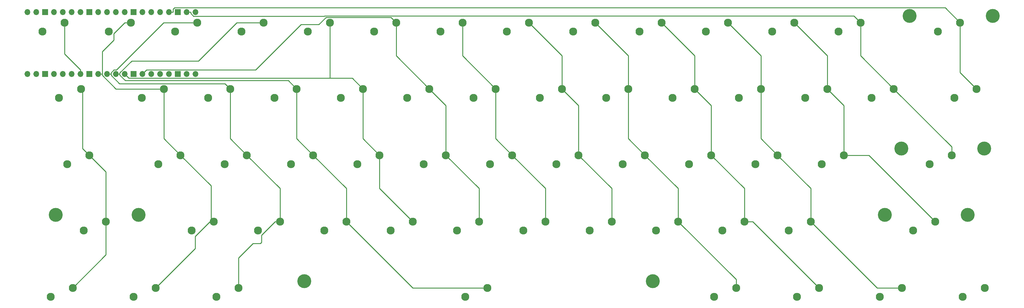
<source format=gbr>
%TF.GenerationSoftware,KiCad,Pcbnew,6.0.6-3a73a75311~116~ubuntu21.10.1*%
%TF.CreationDate,2022-10-26T18:33:10+02:00*%
%TF.ProjectId,Keyboard,4b657962-6f61-4726-942e-6b696361645f,rev?*%
%TF.SameCoordinates,Original*%
%TF.FileFunction,Copper,L1,Top*%
%TF.FilePolarity,Positive*%
%FSLAX46Y46*%
G04 Gerber Fmt 4.6, Leading zero omitted, Abs format (unit mm)*
G04 Created by KiCad (PCBNEW 6.0.6-3a73a75311~116~ubuntu21.10.1) date 2022-10-26 18:33:10*
%MOMM*%
%LPD*%
G01*
G04 APERTURE LIST*
%TA.AperFunction,ComponentPad*%
%ADD10C,2.300000*%
%TD*%
%TA.AperFunction,ComponentPad*%
%ADD11O,1.700000X1.700000*%
%TD*%
%TA.AperFunction,ComponentPad*%
%ADD12R,1.700000X1.700000*%
%TD*%
%TA.AperFunction,ComponentPad*%
%ADD13C,4.000000*%
%TD*%
%TA.AperFunction,Conductor*%
%ADD14C,0.250000*%
%TD*%
G04 APERTURE END LIST*
D10*
%TO.P,SW9,1,1*%
%TO.N,Net-(D9-Pad2)*%
X232564900Y-62863300D03*
%TO.P,SW9,2,2*%
%TO.N,Col9*%
X238914900Y-60323300D03*
%TD*%
%TO.P,SW33,1,1*%
%TO.N,Net-(D33-Pad2)*%
X170646500Y-100959000D03*
%TO.P,SW33,2,2*%
%TO.N,Col5*%
X176996500Y-98419000D03*
%TD*%
%TO.P,SW4,1,1*%
%TO.N,Net-(D4-Pad2)*%
X137314900Y-62863300D03*
%TO.P,SW4,2,2*%
%TO.N,Col4*%
X143664900Y-60323300D03*
%TD*%
%TO.P,SW30,1,1*%
%TO.N,Net-(D30-Pad2)*%
X113498700Y-100959300D03*
%TO.P,SW30,2,2*%
%TO.N,Col2*%
X119848700Y-98419300D03*
%TD*%
%TO.P,SW42,1,1*%
%TO.N,Net-(D42-Pad2)*%
X92069000Y-120007800D03*
%TO.P,SW42,2,2*%
%TO.N,Col1*%
X98419000Y-117467800D03*
%TD*%
%TO.P,SW25,1,1*%
%TO.N,Net-(D25-Pad2)*%
X280185500Y-81910200D03*
%TO.P,SW25,2,2*%
%TO.N,Col11*%
X286535500Y-79370200D03*
%TD*%
%TO.P,SW28,1,1*%
%TO.N,Net-(D28-Pad2)*%
X342084500Y-81910500D03*
%TO.P,SW28,2,2*%
%TO.N,Col14*%
X348434500Y-79370500D03*
%TD*%
%TO.P,SW49,1,1*%
%TO.N,Net-(D49-Pad2)*%
X237313500Y-120008100D03*
%TO.P,SW49,2,2*%
%TO.N,Col8*%
X243663500Y-117468100D03*
%TD*%
%TO.P,SW12,1,1*%
%TO.N,Net-(D12-Pad2)*%
X289714900Y-62863300D03*
%TO.P,SW12,2,2*%
%TO.N,Col12*%
X296064900Y-60323300D03*
%TD*%
%TO.P,SW20,1,1*%
%TO.N,Net-(D20-Pad2)*%
X184935500Y-81910200D03*
%TO.P,SW20,2,2*%
%TO.N,Col6*%
X191285500Y-79370200D03*
%TD*%
%TO.P,SW11,1,1*%
%TO.N,Net-(D11-Pad2)*%
X270664900Y-62863300D03*
%TO.P,SW11,2,2*%
%TO.N,Col11*%
X277014900Y-60323300D03*
%TD*%
%TO.P,SW40,1,1*%
%TO.N,Net-(D40-Pad2)*%
X303996500Y-100959000D03*
%TO.P,SW40,2,2*%
%TO.N,Col12*%
X310346500Y-98419000D03*
%TD*%
D11*
%TO.P,U1,40,VBUS*%
%TO.N,unconnected-(U1-Pad40)*%
X75851000Y-57305400D03*
%TO.P,U1,39,VSYS*%
%TO.N,unconnected-(U1-Pad39)*%
X78391000Y-57305400D03*
D12*
%TO.P,U1,38,GND*%
%TO.N,unconnected-(U1-Pad38)*%
X80931000Y-57305400D03*
D11*
%TO.P,U1,37,3V3_EN*%
%TO.N,unconnected-(U1-Pad37)*%
X83471000Y-57305400D03*
%TO.P,U1,36,3V3*%
%TO.N,unconnected-(U1-Pad36)*%
X86011000Y-57305400D03*
%TO.P,U1,35,ADC_VREF*%
%TO.N,unconnected-(U1-Pad35)*%
X88551000Y-57305400D03*
%TO.P,U1,34,GPIO28_ADC2*%
%TO.N,unconnected-(U1-Pad34)*%
X91091000Y-57305400D03*
D12*
%TO.P,U1,33,AGND*%
%TO.N,unconnected-(U1-Pad33)*%
X93631000Y-57305400D03*
D11*
%TO.P,U1,32,GPIO27_ADC1*%
%TO.N,unconnected-(U1-Pad32)*%
X96171000Y-57305400D03*
%TO.P,U1,31,GPIO26_ADC0*%
%TO.N,unconnected-(U1-Pad31)*%
X98711000Y-57305400D03*
%TO.P,U1,30,RUN*%
%TO.N,unconnected-(U1-Pad30)*%
X101251000Y-57305400D03*
%TO.P,U1,29,GPIO22*%
%TO.N,unconnected-(U1-Pad29)*%
X103791000Y-57305400D03*
D12*
%TO.P,U1,28,GND*%
%TO.N,unconnected-(U1-Pad28)*%
X106331000Y-57305400D03*
D11*
%TO.P,U1,27,GPIO21*%
%TO.N,unconnected-(U1-Pad27)*%
X108871000Y-57305400D03*
%TO.P,U1,26,GPIO20*%
%TO.N,unconnected-(U1-Pad26)*%
X111411000Y-57305400D03*
%TO.P,U1,25,GPIO19*%
%TO.N,Col15*%
X113951000Y-57305400D03*
%TO.P,U1,24,GPIO18*%
%TO.N,Col14*%
X116491000Y-57305400D03*
D12*
%TO.P,U1,23,GND*%
%TO.N,unconnected-(U1-Pad23)*%
X119031000Y-57305400D03*
D11*
%TO.P,U1,22,GPIO17*%
%TO.N,Col13*%
X121571000Y-57305400D03*
%TO.P,U1,21,GPIO16*%
%TO.N,Col12*%
X124111000Y-57305400D03*
%TO.P,U1,20,GPIO15*%
%TO.N,Col11*%
X124111000Y-75085400D03*
%TO.P,U1,19,GPIO14*%
%TO.N,Col10*%
X121571000Y-75085400D03*
D12*
%TO.P,U1,18,GND*%
%TO.N,unconnected-(U1-Pad18)*%
X119031000Y-75085400D03*
D11*
%TO.P,U1,17,GPIO13*%
%TO.N,Col9*%
X116491000Y-75085400D03*
%TO.P,U1,16,GPIO12*%
%TO.N,Col8*%
X113951000Y-75085400D03*
%TO.P,U1,15,GPIO11*%
%TO.N,Col7*%
X111411000Y-75085400D03*
%TO.P,U1,14,GPIO10*%
%TO.N,Col6*%
X108871000Y-75085400D03*
D12*
%TO.P,U1,13,GND*%
%TO.N,unconnected-(U1-Pad13)*%
X106331000Y-75085400D03*
D11*
%TO.P,U1,12,GPIO9*%
%TO.N,Col5*%
X103791000Y-75085400D03*
%TO.P,U1,11,GPIO8*%
%TO.N,Col4*%
X101251000Y-75085400D03*
%TO.P,U1,10,GPIO7*%
%TO.N,Col3*%
X98711000Y-75085400D03*
%TO.P,U1,9,GPIO6*%
%TO.N,Col2*%
X96171000Y-75085400D03*
D12*
%TO.P,U1,8,GND*%
%TO.N,unconnected-(U1-Pad8)*%
X93631000Y-75085400D03*
D11*
%TO.P,U1,7,GPIO5*%
%TO.N,Col1*%
X91091000Y-75085400D03*
%TO.P,U1,6,GPIO4*%
%TO.N,Row5*%
X88551000Y-75085400D03*
%TO.P,U1,5,GPIO3*%
%TO.N,Row4*%
X86011000Y-75085400D03*
%TO.P,U1,4,GPIO2*%
%TO.N,Row3*%
X83471000Y-75085400D03*
D12*
%TO.P,U1,3,GND*%
%TO.N,unconnected-(U1-Pad3)*%
X80931000Y-75085400D03*
D11*
%TO.P,U1,2,GPIO1*%
%TO.N,Row2*%
X78391000Y-75085400D03*
%TO.P,U1,1,GPIO0*%
%TO.N,Row1*%
X75851000Y-75085400D03*
%TD*%
D10*
%TO.P,SW23,1,1*%
%TO.N,Net-(D23-Pad2)*%
X242085500Y-81910200D03*
%TO.P,SW23,2,2*%
%TO.N,Col9*%
X248435500Y-79370200D03*
%TD*%
%TO.P,SW31,1,1*%
%TO.N,Net-(D31-Pad2)*%
X132547500Y-100959300D03*
%TO.P,SW31,2,2*%
%TO.N,Col3*%
X138897500Y-98419300D03*
%TD*%
%TO.P,SW50,1,1*%
%TO.N,Net-(D50-Pad2)*%
X256363500Y-120008100D03*
%TO.P,SW50,2,2*%
%TO.N,Col9*%
X262713500Y-117468100D03*
%TD*%
%TO.P,SW51,1,1*%
%TO.N,Net-(D51-Pad2)*%
X275413500Y-120008100D03*
%TO.P,SW51,2,2*%
%TO.N,Col10*%
X281763500Y-117468100D03*
%TD*%
%TO.P,SW17,1,1*%
%TO.N,Net-(D17-Pad2)*%
X127785500Y-81910200D03*
%TO.P,SW17,2,2*%
%TO.N,Col3*%
X134135500Y-79370200D03*
%TD*%
%TO.P,SW38,1,1*%
%TO.N,Net-(D38-Pad2)*%
X265896500Y-100959000D03*
%TO.P,SW38,2,2*%
%TO.N,Col10*%
X272246500Y-98419000D03*
%TD*%
%TO.P,SW37,1,1*%
%TO.N,Net-(D37-Pad2)*%
X246846500Y-100959000D03*
%TO.P,SW37,2,2*%
%TO.N,Col9*%
X253196500Y-98419000D03*
%TD*%
%TO.P,SW55,1,1*%
%TO.N,Net-(D55-Pad2)*%
X106355400Y-139056900D03*
%TO.P,SW55,2,2*%
%TO.N,Col2*%
X112705400Y-136516900D03*
%TD*%
%TO.P,SW14,1,1*%
%TO.N,Net-(D14-Pad2)*%
X337339900Y-62863300D03*
%TO.P,SW14,2,2*%
%TO.N,Col14*%
X343689900Y-60323300D03*
%TD*%
%TO.P,SW13,1,1*%
%TO.N,Net-(D13-Pad2)*%
X308764900Y-62863300D03*
%TO.P,SW13,2,2*%
%TO.N,Col13*%
X315114900Y-60323300D03*
%TD*%
%TO.P,SW27,1,1*%
%TO.N,Net-(D27-Pad2)*%
X318273500Y-81910200D03*
%TO.P,SW27,2,2*%
%TO.N,Col13*%
X324623500Y-79370200D03*
%TD*%
%TO.P,SW16,1,1*%
%TO.N,Net-(D16-Pad2)*%
X108736500Y-81910500D03*
%TO.P,SW16,2,2*%
%TO.N,Col2*%
X115086500Y-79370500D03*
%TD*%
%TO.P,SW44,1,1*%
%TO.N,Net-(D44-Pad2)*%
X142072100Y-120007800D03*
%TO.P,SW44,2,2*%
%TO.N,Col3*%
X148422100Y-117467800D03*
%TD*%
%TO.P,SW43,1,1*%
%TO.N,Net-(D43-Pad2)*%
X123023100Y-120008100D03*
%TO.P,SW43,2,2*%
%TO.N,Col2*%
X129373100Y-117468100D03*
%TD*%
%TO.P,SW32,1,1*%
%TO.N,Net-(D32-Pad2)*%
X151596500Y-100959000D03*
%TO.P,SW32,2,2*%
%TO.N,Col4*%
X157946500Y-98419000D03*
%TD*%
%TO.P,SW24,1,1*%
%TO.N,Net-(D24-Pad2)*%
X261135500Y-81910200D03*
%TO.P,SW24,2,2*%
%TO.N,Col10*%
X267485500Y-79370200D03*
%TD*%
%TO.P,SW46,1,1*%
%TO.N,Net-(D46-Pad2)*%
X180163500Y-120008100D03*
%TO.P,SW46,2,2*%
%TO.N,Col5*%
X186513500Y-117468100D03*
%TD*%
%TO.P,SW52,1,1*%
%TO.N,Net-(D52-Pad2)*%
X294462300Y-120008100D03*
%TO.P,SW52,2,2*%
%TO.N,Col11*%
X300812300Y-117468100D03*
%TD*%
%TO.P,SW39,1,1*%
%TO.N,Net-(D39-Pad2)*%
X284946500Y-100959000D03*
%TO.P,SW39,2,2*%
%TO.N,Col11*%
X291296500Y-98419000D03*
%TD*%
%TO.P,SW15,1,1*%
%TO.N,Net-(D15-Pad2)*%
X84925500Y-81910500D03*
%TO.P,SW15,2,2*%
%TO.N,Col1*%
X91275500Y-79370500D03*
%TD*%
%TO.P,SW21,1,1*%
%TO.N,Net-(D21-Pad2)*%
X203985500Y-81910200D03*
%TO.P,SW21,2,2*%
%TO.N,Col7*%
X210335500Y-79370200D03*
%TD*%
%TO.P,SW8,1,1*%
%TO.N,Net-(D8-Pad2)*%
X213514900Y-62863300D03*
%TO.P,SW8,2,2*%
%TO.N,Col8*%
X219864900Y-60323300D03*
%TD*%
%TO.P,SW3,1,1*%
%TO.N,Net-(D3-Pad2)*%
X118264900Y-62863300D03*
%TO.P,SW3,2,2*%
%TO.N,Col3*%
X124614900Y-60323300D03*
%TD*%
%TO.P,SW29,1,1*%
%TO.N,Net-(D29-Pad2)*%
X87305100Y-100959300D03*
%TO.P,SW29,2,2*%
%TO.N,Col1*%
X93655100Y-98419300D03*
%TD*%
%TO.P,SW58,1,1*%
%TO.N,Net-(D58-Pad2)*%
X273032400Y-139056900D03*
%TO.P,SW58,2,2*%
%TO.N,Col9*%
X279382400Y-136516900D03*
%TD*%
%TO.P,SW53,1,1*%
%TO.N,Net-(D53-Pad2)*%
X330178800Y-120008100D03*
%TO.P,SW53,2,2*%
%TO.N,Col12*%
X336528800Y-117468100D03*
%TD*%
D13*
%TO.P,STAB4,*%
%TO.N,*%
X345895050Y-115563100D03*
X322082550Y-115563100D03*
%TD*%
D10*
%TO.P,SW61,1,1*%
%TO.N,Net-(D61-Pad2)*%
X344465400Y-139056900D03*
%TO.P,SW61,2,2*%
%TO.N,Col12*%
X350815400Y-136516900D03*
%TD*%
%TO.P,SW60,1,1*%
%TO.N,Net-(D60-Pad2)*%
X320654400Y-139056900D03*
%TO.P,SW60,2,2*%
%TO.N,Col11*%
X327004400Y-136516900D03*
%TD*%
%TO.P,SW18,1,1*%
%TO.N,Net-(D18-Pad2)*%
X146835500Y-81910200D03*
%TO.P,SW18,2,2*%
%TO.N,Col4*%
X153185500Y-79370200D03*
%TD*%
%TO.P,SW26,1,1*%
%TO.N,Net-(D26-Pad2)*%
X299235500Y-81910200D03*
%TO.P,SW26,2,2*%
%TO.N,Col12*%
X305585500Y-79370200D03*
%TD*%
D13*
%TO.P,STAB1,*%
%TO.N,*%
X353038350Y-58416700D03*
X329225850Y-58416700D03*
%TD*%
D10*
%TO.P,SW54,1,1*%
%TO.N,Net-(D54-Pad2)*%
X82544600Y-139056600D03*
%TO.P,SW54,2,2*%
%TO.N,Col1*%
X88894600Y-136516600D03*
%TD*%
%TO.P,SW2,1,1*%
%TO.N,Net-(D2-Pad2)*%
X99214900Y-62863300D03*
%TO.P,SW2,2,2*%
%TO.N,Col2*%
X105564900Y-60323300D03*
%TD*%
%TO.P,SW36,1,1*%
%TO.N,Net-(D36-Pad2)*%
X227796500Y-100959000D03*
%TO.P,SW36,2,2*%
%TO.N,Col8*%
X234146500Y-98419000D03*
%TD*%
%TO.P,SW5,1,1*%
%TO.N,Net-(D5-Pad2)*%
X156364900Y-62863300D03*
%TO.P,SW5,2,2*%
%TO.N,Col5*%
X162714900Y-60323300D03*
%TD*%
%TO.P,SW57,1,1*%
%TO.N,Net-(D57-Pad2)*%
X201599400Y-139056900D03*
%TO.P,SW57,2,2*%
%TO.N,Col4*%
X207949400Y-136516900D03*
%TD*%
%TO.P,SW35,1,1*%
%TO.N,Net-(D35-Pad2)*%
X208746500Y-100959000D03*
%TO.P,SW35,2,2*%
%TO.N,Col7*%
X215096500Y-98419000D03*
%TD*%
%TO.P,SW19,1,1*%
%TO.N,Net-(D19-Pad2)*%
X165885500Y-81910200D03*
%TO.P,SW19,2,2*%
%TO.N,Col5*%
X172235500Y-79370200D03*
%TD*%
%TO.P,SW59,1,1*%
%TO.N,Net-(D59-Pad2)*%
X296842100Y-139056600D03*
%TO.P,SW59,2,2*%
%TO.N,Col10*%
X303192100Y-136516600D03*
%TD*%
%TO.P,SW48,1,1*%
%TO.N,Net-(D48-Pad2)*%
X218263500Y-120008100D03*
%TO.P,SW48,2,2*%
%TO.N,Col7*%
X224613500Y-117468100D03*
%TD*%
%TO.P,SW10,1,1*%
%TO.N,Net-(D10-Pad2)*%
X251614900Y-62863300D03*
%TO.P,SW10,2,2*%
%TO.N,Col10*%
X257964900Y-60323300D03*
%TD*%
%TO.P,SW22,1,1*%
%TO.N,Net-(D22-Pad2)*%
X223035500Y-81910200D03*
%TO.P,SW22,2,2*%
%TO.N,Col8*%
X229385500Y-79370200D03*
%TD*%
D13*
%TO.P,STAB3,*%
%TO.N,*%
X107785050Y-115563100D03*
X83972550Y-115563100D03*
%TD*%
D10*
%TO.P,SW34,1,1*%
%TO.N,Net-(D34-Pad2)*%
X189696500Y-100959000D03*
%TO.P,SW34,2,2*%
%TO.N,Col6*%
X196046500Y-98419000D03*
%TD*%
D13*
%TO.P,STAB2,*%
%TO.N,*%
X350657250Y-96514300D03*
X326844750Y-96514300D03*
%TD*%
D10*
%TO.P,SW45,1,1*%
%TO.N,Net-(D45-Pad2)*%
X161120700Y-120008100D03*
%TO.P,SW45,2,2*%
%TO.N,Col4*%
X167470700Y-117468100D03*
%TD*%
%TO.P,SW7,1,1*%
%TO.N,Net-(D7-Pad2)*%
X194464900Y-62863300D03*
%TO.P,SW7,2,2*%
%TO.N,Col7*%
X200814900Y-60323300D03*
%TD*%
D13*
%TO.P,REF\u002A\u002A,*%
%TO.N,*%
X255415650Y-134611900D03*
X155403150Y-134611900D03*
%TD*%
D10*
%TO.P,SW41,1,1*%
%TO.N,Net-(D41-Pad2)*%
X334941000Y-100959300D03*
%TO.P,SW41,2,2*%
%TO.N,Col13*%
X341291000Y-98419300D03*
%TD*%
%TO.P,SW1,1,1*%
%TO.N,Net-(D1-Pad2)*%
X80164900Y-62863300D03*
%TO.P,SW1,2,2*%
%TO.N,Col1*%
X86514900Y-60323300D03*
%TD*%
%TO.P,SW6,1,1*%
%TO.N,Net-(D6-Pad2)*%
X175414900Y-62863300D03*
%TO.P,SW6,2,2*%
%TO.N,Col6*%
X181764900Y-60323300D03*
%TD*%
%TO.P,SW47,1,1*%
%TO.N,Net-(D47-Pad2)*%
X199213500Y-120008100D03*
%TO.P,SW47,2,2*%
%TO.N,Col6*%
X205563500Y-117468100D03*
%TD*%
%TO.P,SW56,1,1*%
%TO.N,Net-(D56-Pad2)*%
X130166400Y-139056900D03*
%TO.P,SW56,2,2*%
%TO.N,Col3*%
X136516400Y-136516900D03*
%TD*%
D14*
%TO.N,Col3*%
X140663699Y-123797801D02*
X142734767Y-123797801D01*
X142734767Y-123797801D02*
X143087635Y-123444933D01*
X143087635Y-123444933D02*
X143087635Y-121373865D01*
%TO.N,Col2*%
X105564900Y-60323300D02*
X103840866Y-60323300D01*
X100655999Y-65386701D02*
X97346300Y-68696400D01*
X103840866Y-60323300D02*
X100655999Y-63508167D01*
X100655999Y-63508167D02*
X100655999Y-65386701D01*
X97346300Y-68696400D02*
X97346300Y-75085400D01*
%TO.N,Col3*%
X136516400Y-136516900D02*
X136516400Y-127945100D01*
X136516400Y-127945100D02*
X140663699Y-123797801D01*
X143087635Y-121373865D02*
X146993700Y-117467800D01*
X146993700Y-117467800D02*
X148422100Y-117467800D01*
%TO.N,Col2*%
X128608900Y-117468100D02*
X128276750Y-117468100D01*
X128276750Y-117468100D02*
X124038635Y-121706215D01*
X124038635Y-121706215D02*
X124038635Y-125183665D01*
X124038635Y-125183665D02*
X112705400Y-136516900D01*
%TO.N,Col5*%
X103791000Y-75085400D02*
X104980100Y-76274500D01*
X104980100Y-76274500D02*
X162714900Y-76274500D01*
%TO.N,Col6*%
X108871000Y-75085400D02*
X110046300Y-73910100D01*
X110046300Y-73910100D02*
X141435700Y-73910100D01*
X141435700Y-73910100D02*
X154467000Y-60878800D01*
X154467000Y-60878800D02*
X159551700Y-60878800D01*
X159551700Y-60878800D02*
X161612100Y-58818400D01*
X161612100Y-58818400D02*
X180260000Y-58818400D01*
X180260000Y-58818400D02*
X181764900Y-60323300D01*
%TO.N,Col14*%
X116491000Y-57305400D02*
X117666300Y-57305400D01*
X339430400Y-56063800D02*
X343689900Y-60323300D01*
X118099900Y-56063800D02*
X339430400Y-56063800D01*
X117666300Y-56497400D02*
X118099900Y-56063800D01*
X117666300Y-57305400D02*
X117666300Y-56497400D01*
X343689900Y-74625900D02*
X348434500Y-79370500D01*
X343689900Y-60323300D02*
X343689900Y-74625900D01*
%TO.N,Col13*%
X121571000Y-57305400D02*
X122746300Y-57305400D01*
X341291000Y-96037700D02*
X324623500Y-79370200D01*
X341291000Y-98419300D02*
X341291000Y-96037700D01*
X315114900Y-69861600D02*
X315114900Y-60323300D01*
X324623500Y-79370200D02*
X315114900Y-69861600D01*
X122746300Y-57672800D02*
X122746300Y-57305400D01*
X123554200Y-58480700D02*
X122746300Y-57672800D01*
X161087600Y-58480700D02*
X123554200Y-58480700D01*
X161200200Y-58368100D02*
X161087600Y-58480700D01*
X313159700Y-58368100D02*
X161200200Y-58368100D01*
X315114900Y-60323300D02*
X313159700Y-58368100D01*
%TO.N,Col12*%
X305585500Y-69843900D02*
X305585500Y-79370200D01*
X296064900Y-60323300D02*
X305585500Y-69843900D01*
X310346500Y-84131200D02*
X310346500Y-98419000D01*
X305585500Y-79370200D02*
X310346500Y-84131200D01*
X317479700Y-98419000D02*
X310346500Y-98419000D01*
X336528800Y-117468100D02*
X317479700Y-98419000D01*
%TO.N,Col11*%
X286535500Y-93658000D02*
X286535500Y-79370200D01*
X291296500Y-98419000D02*
X286535500Y-93658000D01*
X286535500Y-69843900D02*
X277014900Y-60323300D01*
X286535500Y-79370200D02*
X286535500Y-69843900D01*
X300812300Y-107934800D02*
X291296500Y-98419000D01*
X300812300Y-117468100D02*
X300812300Y-107934800D01*
X319861100Y-136516900D02*
X300812300Y-117468100D01*
X327004400Y-136516900D02*
X319861100Y-136516900D01*
%TO.N,Col10*%
X267485500Y-69843900D02*
X267485500Y-79370200D01*
X257964900Y-60323300D02*
X267485500Y-69843900D01*
X272246500Y-84131200D02*
X272246500Y-98419000D01*
X267485500Y-79370200D02*
X272246500Y-84131200D01*
X281763500Y-107936000D02*
X281763500Y-117468100D01*
X272246500Y-98419000D02*
X281763500Y-107936000D01*
X284143600Y-117468100D02*
X303192100Y-136516600D01*
X281763500Y-117468100D02*
X284143600Y-117468100D01*
%TO.N,Col9*%
X248435500Y-69843900D02*
X238914900Y-60323300D01*
X248435500Y-79370200D02*
X248435500Y-69843900D01*
X248435500Y-93658000D02*
X248435500Y-79370200D01*
X253196500Y-98419000D02*
X248435500Y-93658000D01*
X262713500Y-107936000D02*
X253196500Y-98419000D01*
X262713500Y-117468100D02*
X262713500Y-107936000D01*
X279382400Y-134137000D02*
X262713500Y-117468100D01*
X279382400Y-136516900D02*
X279382400Y-134137000D01*
%TO.N,Col8*%
X243663500Y-107936000D02*
X243663500Y-117468100D01*
X234146500Y-98419000D02*
X243663500Y-107936000D01*
X229385500Y-69843900D02*
X219864900Y-60323300D01*
X229385500Y-79370200D02*
X229385500Y-69843900D01*
X234146500Y-84131200D02*
X234146500Y-98419000D01*
X229385500Y-79370200D02*
X234146500Y-84131200D01*
%TO.N,Col7*%
X224613500Y-107936000D02*
X224613500Y-117468100D01*
X215096500Y-98419000D02*
X224613500Y-107936000D01*
X210335500Y-93658000D02*
X215096500Y-98419000D01*
X210335500Y-79370200D02*
X210335500Y-93658000D01*
X200814900Y-69849600D02*
X210335500Y-79370200D01*
X200814900Y-60323300D02*
X200814900Y-69849600D01*
%TO.N,Col6*%
X205563500Y-107936000D02*
X196046500Y-98419000D01*
X205563500Y-117468100D02*
X205563500Y-107936000D01*
X196046500Y-84131200D02*
X191285500Y-79370200D01*
X196046500Y-98419000D02*
X196046500Y-84131200D01*
X181764900Y-69849600D02*
X181764900Y-60323300D01*
X191285500Y-79370200D02*
X181764900Y-69849600D01*
%TO.N,Col5*%
X176996500Y-107951100D02*
X186513500Y-117468100D01*
X176996500Y-98419000D02*
X176996500Y-107951100D01*
X172235500Y-93658000D02*
X176996500Y-98419000D01*
X172235500Y-79370200D02*
X172235500Y-93658000D01*
X169139800Y-76274500D02*
X162714900Y-76274500D01*
X172235500Y-79370200D02*
X169139800Y-76274500D01*
X162714900Y-76274500D02*
X162714900Y-60323300D01*
%TO.N,Col4*%
X101251000Y-75085400D02*
X102415800Y-75085400D01*
X150808100Y-76992800D02*
X153185500Y-79370200D01*
X103966400Y-76992800D02*
X150808100Y-76992800D01*
X102415800Y-75442200D02*
X103966400Y-76992800D01*
X102415800Y-75085400D02*
X102415800Y-75442200D01*
X186519500Y-136516900D02*
X207949400Y-136516900D01*
X167470700Y-117468100D02*
X186519500Y-136516900D01*
X153185500Y-93658000D02*
X157946500Y-98419000D01*
X153185500Y-79370200D02*
X153185500Y-93658000D01*
X167470700Y-107943200D02*
X167470700Y-117468100D01*
X157946500Y-98419000D02*
X167470700Y-107943200D01*
X102415800Y-74749100D02*
X102415800Y-75085400D01*
X105829500Y-71335400D02*
X102415800Y-74749100D01*
X124980500Y-71335400D02*
X105829500Y-71335400D01*
X135992600Y-60323300D02*
X124980500Y-71335400D01*
X143664900Y-60323300D02*
X135992600Y-60323300D01*
%TO.N,Col3*%
X98711000Y-75085400D02*
X99886300Y-75085400D01*
X99886300Y-74718000D02*
X99886300Y-75085400D01*
X100694200Y-73910100D02*
X99886300Y-74718000D01*
X101402400Y-73910100D02*
X100694200Y-73910100D01*
X114989200Y-60323300D02*
X101402400Y-73910100D01*
X124614900Y-60323300D02*
X114989200Y-60323300D01*
X134135500Y-93657300D02*
X134135500Y-79370200D01*
X138897500Y-98419300D02*
X134135500Y-93657300D01*
X148422100Y-107943900D02*
X138897500Y-98419300D01*
X148422100Y-117467800D02*
X148422100Y-107943900D01*
X132621900Y-77856600D02*
X134135500Y-79370200D01*
X102304100Y-77856600D02*
X132621900Y-77856600D01*
X99886300Y-75438800D02*
X102304100Y-77856600D01*
X99886300Y-75085400D02*
X99886300Y-75438800D01*
%TO.N,Col2*%
X96171000Y-75085400D02*
X97346300Y-75085400D01*
X101263000Y-79370500D02*
X115086500Y-79370500D01*
X97346300Y-75453800D02*
X101263000Y-79370500D01*
X97346300Y-75085400D02*
X97346300Y-75453800D01*
X115086500Y-93657100D02*
X119848700Y-98419300D01*
X115086500Y-79370500D02*
X115086500Y-93657100D01*
X128608900Y-107179500D02*
X128608900Y-117468100D01*
X119848700Y-98419300D02*
X128608900Y-107179500D01*
X129373100Y-117468100D02*
X128608900Y-117468100D01*
%TO.N,Col1*%
X86514900Y-69334000D02*
X91091000Y-73910100D01*
X86514900Y-60323300D02*
X86514900Y-69334000D01*
X91091000Y-75085400D02*
X91091000Y-73910100D01*
X91725800Y-96490000D02*
X93655100Y-98419300D01*
X91725800Y-79820800D02*
X91725800Y-96490000D01*
X91275500Y-79370500D02*
X91725800Y-79820800D01*
X98419000Y-103183200D02*
X98419000Y-117467800D01*
X93655100Y-98419300D02*
X98419000Y-103183200D01*
X98419000Y-126992200D02*
X98419000Y-117467800D01*
X88894600Y-136516600D02*
X98419000Y-126992200D01*
%TD*%
M02*

</source>
